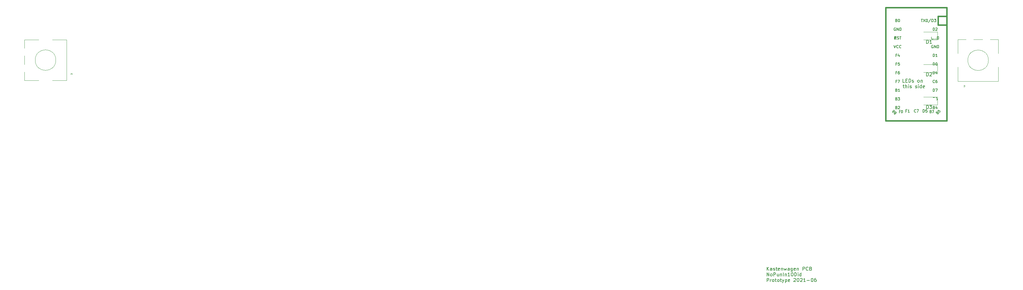
<source format=gto>
G04 #@! TF.GenerationSoftware,KiCad,Pcbnew,(5.1.9)-1*
G04 #@! TF.CreationDate,2021-06-08T15:00:23-04:00*
G04 #@! TF.ProjectId,kastenwagen-48-pcb,6b617374-656e-4776-9167-656e2d34382d,rev?*
G04 #@! TF.SameCoordinates,Original*
G04 #@! TF.FileFunction,Legend,Top*
G04 #@! TF.FilePolarity,Positive*
%FSLAX46Y46*%
G04 Gerber Fmt 4.6, Leading zero omitted, Abs format (unit mm)*
G04 Created by KiCad (PCBNEW (5.1.9)-1) date 2021-06-08 15:00:23*
%MOMM*%
%LPD*%
G01*
G04 APERTURE LIST*
%ADD10C,0.150000*%
%ADD11C,0.120000*%
%ADD12C,0.381000*%
%ADD13R,2.000000X2.000000*%
%ADD14C,2.000000*%
%ADD15C,3.987800*%
%ADD16C,1.750000*%
%ADD17C,3.048000*%
%ADD18C,1.752600*%
%ADD19R,1.752600X1.752600*%
G04 APERTURE END LIST*
D10*
X235387195Y-86686380D02*
X235387195Y-85686380D01*
X235958623Y-86686380D02*
X235530052Y-86114952D01*
X235958623Y-85686380D02*
X235387195Y-86257809D01*
X236815766Y-86686380D02*
X236815766Y-86162571D01*
X236768147Y-86067333D01*
X236672909Y-86019714D01*
X236482433Y-86019714D01*
X236387195Y-86067333D01*
X236815766Y-86638761D02*
X236720528Y-86686380D01*
X236482433Y-86686380D01*
X236387195Y-86638761D01*
X236339576Y-86543523D01*
X236339576Y-86448285D01*
X236387195Y-86353047D01*
X236482433Y-86305428D01*
X236720528Y-86305428D01*
X236815766Y-86257809D01*
X237244338Y-86638761D02*
X237339576Y-86686380D01*
X237530052Y-86686380D01*
X237625290Y-86638761D01*
X237672909Y-86543523D01*
X237672909Y-86495904D01*
X237625290Y-86400666D01*
X237530052Y-86353047D01*
X237387195Y-86353047D01*
X237291957Y-86305428D01*
X237244338Y-86210190D01*
X237244338Y-86162571D01*
X237291957Y-86067333D01*
X237387195Y-86019714D01*
X237530052Y-86019714D01*
X237625290Y-86067333D01*
X237958623Y-86019714D02*
X238339576Y-86019714D01*
X238101480Y-85686380D02*
X238101480Y-86543523D01*
X238149100Y-86638761D01*
X238244338Y-86686380D01*
X238339576Y-86686380D01*
X239053861Y-86638761D02*
X238958623Y-86686380D01*
X238768147Y-86686380D01*
X238672909Y-86638761D01*
X238625290Y-86543523D01*
X238625290Y-86162571D01*
X238672909Y-86067333D01*
X238768147Y-86019714D01*
X238958623Y-86019714D01*
X239053861Y-86067333D01*
X239101480Y-86162571D01*
X239101480Y-86257809D01*
X238625290Y-86353047D01*
X239530052Y-86019714D02*
X239530052Y-86686380D01*
X239530052Y-86114952D02*
X239577671Y-86067333D01*
X239672909Y-86019714D01*
X239815766Y-86019714D01*
X239911004Y-86067333D01*
X239958623Y-86162571D01*
X239958623Y-86686380D01*
X240339576Y-86019714D02*
X240530052Y-86686380D01*
X240720528Y-86210190D01*
X240911004Y-86686380D01*
X241101480Y-86019714D01*
X241911004Y-86686380D02*
X241911004Y-86162571D01*
X241863385Y-86067333D01*
X241768147Y-86019714D01*
X241577671Y-86019714D01*
X241482433Y-86067333D01*
X241911004Y-86638761D02*
X241815766Y-86686380D01*
X241577671Y-86686380D01*
X241482433Y-86638761D01*
X241434814Y-86543523D01*
X241434814Y-86448285D01*
X241482433Y-86353047D01*
X241577671Y-86305428D01*
X241815766Y-86305428D01*
X241911004Y-86257809D01*
X242815766Y-86019714D02*
X242815766Y-86829238D01*
X242768147Y-86924476D01*
X242720528Y-86972095D01*
X242625290Y-87019714D01*
X242482433Y-87019714D01*
X242387195Y-86972095D01*
X242815766Y-86638761D02*
X242720528Y-86686380D01*
X242530052Y-86686380D01*
X242434814Y-86638761D01*
X242387195Y-86591142D01*
X242339576Y-86495904D01*
X242339576Y-86210190D01*
X242387195Y-86114952D01*
X242434814Y-86067333D01*
X242530052Y-86019714D01*
X242720528Y-86019714D01*
X242815766Y-86067333D01*
X243672909Y-86638761D02*
X243577671Y-86686380D01*
X243387195Y-86686380D01*
X243291957Y-86638761D01*
X243244338Y-86543523D01*
X243244338Y-86162571D01*
X243291957Y-86067333D01*
X243387195Y-86019714D01*
X243577671Y-86019714D01*
X243672909Y-86067333D01*
X243720528Y-86162571D01*
X243720528Y-86257809D01*
X243244338Y-86353047D01*
X244149100Y-86019714D02*
X244149100Y-86686380D01*
X244149100Y-86114952D02*
X244196719Y-86067333D01*
X244291957Y-86019714D01*
X244434814Y-86019714D01*
X244530052Y-86067333D01*
X244577671Y-86162571D01*
X244577671Y-86686380D01*
X245815766Y-86686380D02*
X245815766Y-85686380D01*
X246196719Y-85686380D01*
X246291957Y-85734000D01*
X246339576Y-85781619D01*
X246387195Y-85876857D01*
X246387195Y-86019714D01*
X246339576Y-86114952D01*
X246291957Y-86162571D01*
X246196719Y-86210190D01*
X245815766Y-86210190D01*
X247387195Y-86591142D02*
X247339576Y-86638761D01*
X247196719Y-86686380D01*
X247101480Y-86686380D01*
X246958623Y-86638761D01*
X246863385Y-86543523D01*
X246815766Y-86448285D01*
X246768147Y-86257809D01*
X246768147Y-86114952D01*
X246815766Y-85924476D01*
X246863385Y-85829238D01*
X246958623Y-85734000D01*
X247101480Y-85686380D01*
X247196719Y-85686380D01*
X247339576Y-85734000D01*
X247387195Y-85781619D01*
X248149100Y-86162571D02*
X248291957Y-86210190D01*
X248339576Y-86257809D01*
X248387195Y-86353047D01*
X248387195Y-86495904D01*
X248339576Y-86591142D01*
X248291957Y-86638761D01*
X248196719Y-86686380D01*
X247815766Y-86686380D01*
X247815766Y-85686380D01*
X248149100Y-85686380D01*
X248244338Y-85734000D01*
X248291957Y-85781619D01*
X248339576Y-85876857D01*
X248339576Y-85972095D01*
X248291957Y-86067333D01*
X248244338Y-86114952D01*
X248149100Y-86162571D01*
X247815766Y-86162571D01*
X235387195Y-88336380D02*
X235387195Y-87336380D01*
X235958623Y-88336380D01*
X235958623Y-87336380D01*
X236577671Y-88336380D02*
X236482433Y-88288761D01*
X236434814Y-88241142D01*
X236387195Y-88145904D01*
X236387195Y-87860190D01*
X236434814Y-87764952D01*
X236482433Y-87717333D01*
X236577671Y-87669714D01*
X236720528Y-87669714D01*
X236815766Y-87717333D01*
X236863385Y-87764952D01*
X236911004Y-87860190D01*
X236911004Y-88145904D01*
X236863385Y-88241142D01*
X236815766Y-88288761D01*
X236720528Y-88336380D01*
X236577671Y-88336380D01*
X237339576Y-88336380D02*
X237339576Y-87336380D01*
X237720528Y-87336380D01*
X237815766Y-87384000D01*
X237863385Y-87431619D01*
X237911004Y-87526857D01*
X237911004Y-87669714D01*
X237863385Y-87764952D01*
X237815766Y-87812571D01*
X237720528Y-87860190D01*
X237339576Y-87860190D01*
X238768147Y-87669714D02*
X238768147Y-88336380D01*
X238339576Y-87669714D02*
X238339576Y-88193523D01*
X238387195Y-88288761D01*
X238482433Y-88336380D01*
X238625290Y-88336380D01*
X238720528Y-88288761D01*
X238768147Y-88241142D01*
X239244338Y-87669714D02*
X239244338Y-88336380D01*
X239244338Y-87764952D02*
X239291957Y-87717333D01*
X239387195Y-87669714D01*
X239530052Y-87669714D01*
X239625290Y-87717333D01*
X239672909Y-87812571D01*
X239672909Y-88336380D01*
X240149100Y-88336380D02*
X240149100Y-87336380D01*
X240625290Y-87669714D02*
X240625290Y-88336380D01*
X240625290Y-87764952D02*
X240672909Y-87717333D01*
X240768147Y-87669714D01*
X240911004Y-87669714D01*
X241006242Y-87717333D01*
X241053861Y-87812571D01*
X241053861Y-88336380D01*
X242053861Y-88336380D02*
X241482433Y-88336380D01*
X241768147Y-88336380D02*
X241768147Y-87336380D01*
X241672909Y-87479238D01*
X241577671Y-87574476D01*
X241482433Y-87622095D01*
X242672909Y-87336380D02*
X242768147Y-87336380D01*
X242863385Y-87384000D01*
X242911004Y-87431619D01*
X242958623Y-87526857D01*
X243006242Y-87717333D01*
X243006242Y-87955428D01*
X242958623Y-88145904D01*
X242911004Y-88241142D01*
X242863385Y-88288761D01*
X242768147Y-88336380D01*
X242672909Y-88336380D01*
X242577671Y-88288761D01*
X242530052Y-88241142D01*
X242482433Y-88145904D01*
X242434814Y-87955428D01*
X242434814Y-87717333D01*
X242482433Y-87526857D01*
X242530052Y-87431619D01*
X242577671Y-87384000D01*
X242672909Y-87336380D01*
X243434814Y-88336380D02*
X243434814Y-87336380D01*
X243672909Y-87336380D01*
X243815766Y-87384000D01*
X243911004Y-87479238D01*
X243958623Y-87574476D01*
X244006242Y-87764952D01*
X244006242Y-87907809D01*
X243958623Y-88098285D01*
X243911004Y-88193523D01*
X243815766Y-88288761D01*
X243672909Y-88336380D01*
X243434814Y-88336380D01*
X244434814Y-88336380D02*
X244434814Y-87669714D01*
X244434814Y-87336380D02*
X244387195Y-87384000D01*
X244434814Y-87431619D01*
X244482433Y-87384000D01*
X244434814Y-87336380D01*
X244434814Y-87431619D01*
X245339576Y-88336380D02*
X245339576Y-87336380D01*
X245339576Y-88288761D02*
X245244338Y-88336380D01*
X245053861Y-88336380D01*
X244958623Y-88288761D01*
X244911004Y-88241142D01*
X244863385Y-88145904D01*
X244863385Y-87860190D01*
X244911004Y-87764952D01*
X244958623Y-87717333D01*
X245053861Y-87669714D01*
X245244338Y-87669714D01*
X245339576Y-87717333D01*
X235387195Y-89986380D02*
X235387195Y-88986380D01*
X235768147Y-88986380D01*
X235863385Y-89034000D01*
X235911004Y-89081619D01*
X235958623Y-89176857D01*
X235958623Y-89319714D01*
X235911004Y-89414952D01*
X235863385Y-89462571D01*
X235768147Y-89510190D01*
X235387195Y-89510190D01*
X236387195Y-89986380D02*
X236387195Y-89319714D01*
X236387195Y-89510190D02*
X236434814Y-89414952D01*
X236482433Y-89367333D01*
X236577671Y-89319714D01*
X236672909Y-89319714D01*
X237149100Y-89986380D02*
X237053861Y-89938761D01*
X237006242Y-89891142D01*
X236958623Y-89795904D01*
X236958623Y-89510190D01*
X237006242Y-89414952D01*
X237053861Y-89367333D01*
X237149100Y-89319714D01*
X237291957Y-89319714D01*
X237387195Y-89367333D01*
X237434814Y-89414952D01*
X237482433Y-89510190D01*
X237482433Y-89795904D01*
X237434814Y-89891142D01*
X237387195Y-89938761D01*
X237291957Y-89986380D01*
X237149100Y-89986380D01*
X237768147Y-89319714D02*
X238149100Y-89319714D01*
X237911004Y-88986380D02*
X237911004Y-89843523D01*
X237958623Y-89938761D01*
X238053861Y-89986380D01*
X238149100Y-89986380D01*
X238625290Y-89986380D02*
X238530052Y-89938761D01*
X238482433Y-89891142D01*
X238434814Y-89795904D01*
X238434814Y-89510190D01*
X238482433Y-89414952D01*
X238530052Y-89367333D01*
X238625290Y-89319714D01*
X238768147Y-89319714D01*
X238863385Y-89367333D01*
X238911004Y-89414952D01*
X238958623Y-89510190D01*
X238958623Y-89795904D01*
X238911004Y-89891142D01*
X238863385Y-89938761D01*
X238768147Y-89986380D01*
X238625290Y-89986380D01*
X239244338Y-89319714D02*
X239625290Y-89319714D01*
X239387195Y-88986380D02*
X239387195Y-89843523D01*
X239434814Y-89938761D01*
X239530052Y-89986380D01*
X239625290Y-89986380D01*
X239863385Y-89319714D02*
X240101480Y-89986380D01*
X240339576Y-89319714D02*
X240101480Y-89986380D01*
X240006242Y-90224476D01*
X239958623Y-90272095D01*
X239863385Y-90319714D01*
X240720528Y-89319714D02*
X240720528Y-90319714D01*
X240720528Y-89367333D02*
X240815766Y-89319714D01*
X241006242Y-89319714D01*
X241101480Y-89367333D01*
X241149100Y-89414952D01*
X241196719Y-89510190D01*
X241196719Y-89795904D01*
X241149100Y-89891142D01*
X241101480Y-89938761D01*
X241006242Y-89986380D01*
X240815766Y-89986380D01*
X240720528Y-89938761D01*
X242006242Y-89938761D02*
X241911004Y-89986380D01*
X241720528Y-89986380D01*
X241625290Y-89938761D01*
X241577671Y-89843523D01*
X241577671Y-89462571D01*
X241625290Y-89367333D01*
X241720528Y-89319714D01*
X241911004Y-89319714D01*
X242006242Y-89367333D01*
X242053861Y-89462571D01*
X242053861Y-89557809D01*
X241577671Y-89653047D01*
X243196719Y-89081619D02*
X243244338Y-89034000D01*
X243339576Y-88986380D01*
X243577671Y-88986380D01*
X243672909Y-89034000D01*
X243720528Y-89081619D01*
X243768147Y-89176857D01*
X243768147Y-89272095D01*
X243720528Y-89414952D01*
X243149100Y-89986380D01*
X243768147Y-89986380D01*
X244387195Y-88986380D02*
X244482433Y-88986380D01*
X244577671Y-89034000D01*
X244625290Y-89081619D01*
X244672909Y-89176857D01*
X244720528Y-89367333D01*
X244720528Y-89605428D01*
X244672909Y-89795904D01*
X244625290Y-89891142D01*
X244577671Y-89938761D01*
X244482433Y-89986380D01*
X244387195Y-89986380D01*
X244291957Y-89938761D01*
X244244338Y-89891142D01*
X244196719Y-89795904D01*
X244149100Y-89605428D01*
X244149100Y-89367333D01*
X244196719Y-89176857D01*
X244244338Y-89081619D01*
X244291957Y-89034000D01*
X244387195Y-88986380D01*
X245101480Y-89081619D02*
X245149100Y-89034000D01*
X245244338Y-88986380D01*
X245482433Y-88986380D01*
X245577671Y-89034000D01*
X245625290Y-89081619D01*
X245672909Y-89176857D01*
X245672909Y-89272095D01*
X245625290Y-89414952D01*
X245053861Y-89986380D01*
X245672909Y-89986380D01*
X246625290Y-89986380D02*
X246053861Y-89986380D01*
X246339576Y-89986380D02*
X246339576Y-88986380D01*
X246244338Y-89129238D01*
X246149100Y-89224476D01*
X246053861Y-89272095D01*
X247053861Y-89605428D02*
X247815766Y-89605428D01*
X248482433Y-88986380D02*
X248577671Y-88986380D01*
X248672909Y-89034000D01*
X248720528Y-89081619D01*
X248768147Y-89176857D01*
X248815766Y-89367333D01*
X248815766Y-89605428D01*
X248768147Y-89795904D01*
X248720528Y-89891142D01*
X248672909Y-89938761D01*
X248577671Y-89986380D01*
X248482433Y-89986380D01*
X248387195Y-89938761D01*
X248339576Y-89891142D01*
X248291957Y-89795904D01*
X248244338Y-89605428D01*
X248244338Y-89367333D01*
X248291957Y-89176857D01*
X248339576Y-89081619D01*
X248387195Y-89034000D01*
X248482433Y-88986380D01*
X249672909Y-88986380D02*
X249482433Y-88986380D01*
X249387195Y-89034000D01*
X249339576Y-89081619D01*
X249244338Y-89224476D01*
X249196719Y-89414952D01*
X249196719Y-89795904D01*
X249244338Y-89891142D01*
X249291957Y-89938761D01*
X249387195Y-89986380D01*
X249577671Y-89986380D01*
X249672909Y-89938761D01*
X249720528Y-89891142D01*
X249768147Y-89795904D01*
X249768147Y-89557809D01*
X249720528Y-89462571D01*
X249672909Y-89414952D01*
X249577671Y-89367333D01*
X249387195Y-89367333D01*
X249291957Y-89414952D01*
X249244338Y-89462571D01*
X249196719Y-89557809D01*
X275466514Y-31834580D02*
X274990323Y-31834580D01*
X274990323Y-30834580D01*
X275799847Y-31310771D02*
X276133180Y-31310771D01*
X276276038Y-31834580D02*
X275799847Y-31834580D01*
X275799847Y-30834580D01*
X276276038Y-30834580D01*
X276704609Y-31834580D02*
X276704609Y-30834580D01*
X276942704Y-30834580D01*
X277085561Y-30882200D01*
X277180800Y-30977438D01*
X277228419Y-31072676D01*
X277276038Y-31263152D01*
X277276038Y-31406009D01*
X277228419Y-31596485D01*
X277180800Y-31691723D01*
X277085561Y-31786961D01*
X276942704Y-31834580D01*
X276704609Y-31834580D01*
X277656990Y-31786961D02*
X277752228Y-31834580D01*
X277942704Y-31834580D01*
X278037942Y-31786961D01*
X278085561Y-31691723D01*
X278085561Y-31644104D01*
X278037942Y-31548866D01*
X277942704Y-31501247D01*
X277799847Y-31501247D01*
X277704609Y-31453628D01*
X277656990Y-31358390D01*
X277656990Y-31310771D01*
X277704609Y-31215533D01*
X277799847Y-31167914D01*
X277942704Y-31167914D01*
X278037942Y-31215533D01*
X279418895Y-31834580D02*
X279323657Y-31786961D01*
X279276038Y-31739342D01*
X279228419Y-31644104D01*
X279228419Y-31358390D01*
X279276038Y-31263152D01*
X279323657Y-31215533D01*
X279418895Y-31167914D01*
X279561752Y-31167914D01*
X279656990Y-31215533D01*
X279704609Y-31263152D01*
X279752228Y-31358390D01*
X279752228Y-31644104D01*
X279704609Y-31739342D01*
X279656990Y-31786961D01*
X279561752Y-31834580D01*
X279418895Y-31834580D01*
X280180800Y-31167914D02*
X280180800Y-31834580D01*
X280180800Y-31263152D02*
X280228419Y-31215533D01*
X280323657Y-31167914D01*
X280466514Y-31167914D01*
X280561752Y-31215533D01*
X280609371Y-31310771D01*
X280609371Y-31834580D01*
X274990323Y-32817914D02*
X275371276Y-32817914D01*
X275133180Y-32484580D02*
X275133180Y-33341723D01*
X275180800Y-33436961D01*
X275276038Y-33484580D01*
X275371276Y-33484580D01*
X275704609Y-33484580D02*
X275704609Y-32484580D01*
X276133180Y-33484580D02*
X276133180Y-32960771D01*
X276085561Y-32865533D01*
X275990323Y-32817914D01*
X275847466Y-32817914D01*
X275752228Y-32865533D01*
X275704609Y-32913152D01*
X276609371Y-33484580D02*
X276609371Y-32817914D01*
X276609371Y-32484580D02*
X276561752Y-32532200D01*
X276609371Y-32579819D01*
X276656990Y-32532200D01*
X276609371Y-32484580D01*
X276609371Y-32579819D01*
X277037942Y-33436961D02*
X277133180Y-33484580D01*
X277323657Y-33484580D01*
X277418895Y-33436961D01*
X277466514Y-33341723D01*
X277466514Y-33294104D01*
X277418895Y-33198866D01*
X277323657Y-33151247D01*
X277180800Y-33151247D01*
X277085561Y-33103628D01*
X277037942Y-33008390D01*
X277037942Y-32960771D01*
X277085561Y-32865533D01*
X277180800Y-32817914D01*
X277323657Y-32817914D01*
X277418895Y-32865533D01*
X278609371Y-33436961D02*
X278704609Y-33484580D01*
X278895085Y-33484580D01*
X278990323Y-33436961D01*
X279037942Y-33341723D01*
X279037942Y-33294104D01*
X278990323Y-33198866D01*
X278895085Y-33151247D01*
X278752228Y-33151247D01*
X278656990Y-33103628D01*
X278609371Y-33008390D01*
X278609371Y-32960771D01*
X278656990Y-32865533D01*
X278752228Y-32817914D01*
X278895085Y-32817914D01*
X278990323Y-32865533D01*
X279466514Y-33484580D02*
X279466514Y-32817914D01*
X279466514Y-32484580D02*
X279418895Y-32532200D01*
X279466514Y-32579819D01*
X279514133Y-32532200D01*
X279466514Y-32484580D01*
X279466514Y-32579819D01*
X280371276Y-33484580D02*
X280371276Y-32484580D01*
X280371276Y-33436961D02*
X280276038Y-33484580D01*
X280085561Y-33484580D01*
X279990323Y-33436961D01*
X279942704Y-33389342D01*
X279895085Y-33294104D01*
X279895085Y-33008390D01*
X279942704Y-32913152D01*
X279990323Y-32865533D01*
X280085561Y-32817914D01*
X280276038Y-32817914D01*
X280371276Y-32865533D01*
X281228419Y-33436961D02*
X281133180Y-33484580D01*
X280942704Y-33484580D01*
X280847466Y-33436961D01*
X280799847Y-33341723D01*
X280799847Y-32960771D01*
X280847466Y-32865533D01*
X280942704Y-32817914D01*
X281133180Y-32817914D01*
X281228419Y-32865533D01*
X281276038Y-32960771D01*
X281276038Y-33056009D01*
X280799847Y-33151247D01*
X280669047Y-18055714D02*
X281430952Y-18341428D01*
X280669047Y-18627142D01*
X280669047Y-27455714D02*
X281430952Y-27741428D01*
X280669047Y-28027142D01*
X280619047Y-36985714D02*
X281380952Y-37271428D01*
X280619047Y-37557142D01*
D11*
G04 #@! TO.C,RSW170*
X299862500Y-25400000D02*
G75*
G03*
X299862500Y-25400000I-3000000J0D01*
G01*
X290962500Y-23400000D02*
X290962500Y-19300000D01*
X302762500Y-19300000D02*
X302762500Y-23400000D01*
X302762500Y-27400000D02*
X302762500Y-31500000D01*
X290962500Y-27400000D02*
X290962500Y-31500000D01*
X290962500Y-31500000D02*
X302762500Y-31500000D01*
X293062500Y-32900000D02*
X292762500Y-33200000D01*
X292762500Y-33200000D02*
X292762500Y-32600000D01*
X292762500Y-32600000D02*
X293062500Y-32900000D01*
X290962500Y-19300000D02*
X293362500Y-19300000D01*
X295562500Y-19300000D02*
X298162500Y-19300000D01*
X300362500Y-19300000D02*
X302762500Y-19300000D01*
X296362500Y-25400000D02*
X297362500Y-25400000D01*
X296862500Y-25900000D02*
X296862500Y-24900000D01*
G04 #@! TO.C,D3*
X280987500Y-38385000D02*
X285047500Y-38385000D01*
X285047500Y-38385000D02*
X285047500Y-36115000D01*
X285047500Y-36115000D02*
X280987500Y-36115000D01*
G04 #@! TO.C,D2*
X280987500Y-28882500D02*
X285047500Y-28882500D01*
X285047500Y-28882500D02*
X285047500Y-26612500D01*
X285047500Y-26612500D02*
X280987500Y-26612500D01*
G04 #@! TO.C,D1*
X280987500Y-19385000D02*
X285047500Y-19385000D01*
X285047500Y-19385000D02*
X285047500Y-17115000D01*
X285047500Y-17115000D02*
X280987500Y-17115000D01*
G04 #@! TO.C,RSW100*
X28400000Y-25356250D02*
G75*
G03*
X28400000Y-25356250I-3000000J0D01*
G01*
X23400000Y-31256250D02*
X19300000Y-31256250D01*
X19300000Y-19456250D02*
X23400000Y-19456250D01*
X27400000Y-19456250D02*
X31500000Y-19456250D01*
X27400000Y-31256250D02*
X31500000Y-31256250D01*
X31500000Y-31256250D02*
X31500000Y-19456250D01*
X32900000Y-29156250D02*
X33200000Y-29456250D01*
X33200000Y-29456250D02*
X32600000Y-29456250D01*
X32600000Y-29456250D02*
X32900000Y-29156250D01*
X19300000Y-31256250D02*
X19300000Y-28856250D01*
X19300000Y-26656250D02*
X19300000Y-24056250D01*
X19300000Y-21856250D02*
X19300000Y-19456250D01*
X25400000Y-25856250D02*
X25400000Y-24856250D01*
X25900000Y-25356250D02*
X24900000Y-25356250D01*
D12*
G04 #@! TO.C,U1*
X285230000Y-15110000D02*
X287770000Y-15110000D01*
X285230000Y-12570000D02*
X285230000Y-15110000D01*
D10*
G36*
X272835365Y-18859030D02*
G01*
X272835365Y-18959030D01*
X272735365Y-18959030D01*
X272735365Y-18859030D01*
X272835365Y-18859030D01*
G37*
X272835365Y-18859030D02*
X272835365Y-18959030D01*
X272735365Y-18959030D01*
X272735365Y-18859030D01*
X272835365Y-18859030D01*
G36*
X272635365Y-18459030D02*
G01*
X272635365Y-19259030D01*
X272535365Y-19259030D01*
X272535365Y-18459030D01*
X272635365Y-18459030D01*
G37*
X272635365Y-18459030D02*
X272635365Y-19259030D01*
X272535365Y-19259030D01*
X272535365Y-18459030D01*
X272635365Y-18459030D01*
G36*
X273035365Y-19059030D02*
G01*
X273035365Y-19259030D01*
X272935365Y-19259030D01*
X272935365Y-19059030D01*
X273035365Y-19059030D01*
G37*
X273035365Y-19059030D02*
X273035365Y-19259030D01*
X272935365Y-19259030D01*
X272935365Y-19059030D01*
X273035365Y-19059030D01*
G36*
X273035365Y-18459030D02*
G01*
X273035365Y-18759030D01*
X272935365Y-18759030D01*
X272935365Y-18459030D01*
X273035365Y-18459030D01*
G37*
X273035365Y-18459030D02*
X273035365Y-18759030D01*
X272935365Y-18759030D01*
X272935365Y-18459030D01*
X273035365Y-18459030D01*
G36*
X273035365Y-18459030D02*
G01*
X273035365Y-18559030D01*
X272535365Y-18559030D01*
X272535365Y-18459030D01*
X273035365Y-18459030D01*
G37*
X273035365Y-18459030D02*
X273035365Y-18559030D01*
X272535365Y-18559030D01*
X272535365Y-18459030D01*
X273035365Y-18459030D01*
D12*
X269990000Y-43050000D02*
X269990000Y-10030000D01*
X287770000Y-43050000D02*
X269990000Y-43050000D01*
X287770000Y-10030000D02*
X287770000Y-43050000D01*
X269990000Y-10030000D02*
X287770000Y-10030000D01*
X285230000Y-12570000D02*
X287770000Y-12570000D01*
G04 #@! TO.C,D3*
D10*
X281849404Y-39522380D02*
X281849404Y-38522380D01*
X282087500Y-38522380D01*
X282230357Y-38570000D01*
X282325595Y-38665238D01*
X282373214Y-38760476D01*
X282420833Y-38950952D01*
X282420833Y-39093809D01*
X282373214Y-39284285D01*
X282325595Y-39379523D01*
X282230357Y-39474761D01*
X282087500Y-39522380D01*
X281849404Y-39522380D01*
X282754166Y-38522380D02*
X283373214Y-38522380D01*
X283039880Y-38903333D01*
X283182738Y-38903333D01*
X283277976Y-38950952D01*
X283325595Y-38998571D01*
X283373214Y-39093809D01*
X283373214Y-39331904D01*
X283325595Y-39427142D01*
X283277976Y-39474761D01*
X283182738Y-39522380D01*
X282897023Y-39522380D01*
X282801785Y-39474761D01*
X282754166Y-39427142D01*
G04 #@! TO.C,D2*
X281849404Y-30019880D02*
X281849404Y-29019880D01*
X282087500Y-29019880D01*
X282230357Y-29067500D01*
X282325595Y-29162738D01*
X282373214Y-29257976D01*
X282420833Y-29448452D01*
X282420833Y-29591309D01*
X282373214Y-29781785D01*
X282325595Y-29877023D01*
X282230357Y-29972261D01*
X282087500Y-30019880D01*
X281849404Y-30019880D01*
X282801785Y-29115119D02*
X282849404Y-29067500D01*
X282944642Y-29019880D01*
X283182738Y-29019880D01*
X283277976Y-29067500D01*
X283325595Y-29115119D01*
X283373214Y-29210357D01*
X283373214Y-29305595D01*
X283325595Y-29448452D01*
X282754166Y-30019880D01*
X283373214Y-30019880D01*
G04 #@! TO.C,D1*
X281849404Y-20522380D02*
X281849404Y-19522380D01*
X282087500Y-19522380D01*
X282230357Y-19570000D01*
X282325595Y-19665238D01*
X282373214Y-19760476D01*
X282420833Y-19950952D01*
X282420833Y-20093809D01*
X282373214Y-20284285D01*
X282325595Y-20379523D01*
X282230357Y-20474761D01*
X282087500Y-20522380D01*
X281849404Y-20522380D01*
X283373214Y-20522380D02*
X282801785Y-20522380D01*
X283087500Y-20522380D02*
X283087500Y-19522380D01*
X282992261Y-19665238D01*
X282897023Y-19760476D01*
X282801785Y-19808095D01*
G04 #@! TO.C,U1*
X283750523Y-16741904D02*
X283750523Y-15941904D01*
X283941000Y-15941904D01*
X284055285Y-15980000D01*
X284131476Y-16056190D01*
X284169571Y-16132380D01*
X284207666Y-16284761D01*
X284207666Y-16399047D01*
X284169571Y-16551428D01*
X284131476Y-16627619D01*
X284055285Y-16703809D01*
X283941000Y-16741904D01*
X283750523Y-16741904D01*
X284512428Y-16018095D02*
X284550523Y-15980000D01*
X284626714Y-15941904D01*
X284817190Y-15941904D01*
X284893380Y-15980000D01*
X284931476Y-16018095D01*
X284969571Y-16094285D01*
X284969571Y-16170476D01*
X284931476Y-16284761D01*
X284474333Y-16741904D01*
X284969571Y-16741904D01*
X283750523Y-26901904D02*
X283750523Y-26101904D01*
X283941000Y-26101904D01*
X284055285Y-26140000D01*
X284131476Y-26216190D01*
X284169571Y-26292380D01*
X284207666Y-26444761D01*
X284207666Y-26559047D01*
X284169571Y-26711428D01*
X284131476Y-26787619D01*
X284055285Y-26863809D01*
X283941000Y-26901904D01*
X283750523Y-26901904D01*
X284702904Y-26101904D02*
X284779095Y-26101904D01*
X284855285Y-26140000D01*
X284893380Y-26178095D01*
X284931476Y-26254285D01*
X284969571Y-26406666D01*
X284969571Y-26597142D01*
X284931476Y-26749523D01*
X284893380Y-26825714D01*
X284855285Y-26863809D01*
X284779095Y-26901904D01*
X284702904Y-26901904D01*
X284626714Y-26863809D01*
X284588619Y-26825714D01*
X284550523Y-26749523D01*
X284512428Y-26597142D01*
X284512428Y-26406666D01*
X284550523Y-26254285D01*
X284588619Y-26178095D01*
X284626714Y-26140000D01*
X284702904Y-26101904D01*
X283750523Y-24361904D02*
X283750523Y-23561904D01*
X283941000Y-23561904D01*
X284055285Y-23600000D01*
X284131476Y-23676190D01*
X284169571Y-23752380D01*
X284207666Y-23904761D01*
X284207666Y-24019047D01*
X284169571Y-24171428D01*
X284131476Y-24247619D01*
X284055285Y-24323809D01*
X283941000Y-24361904D01*
X283750523Y-24361904D01*
X284969571Y-24361904D02*
X284512428Y-24361904D01*
X284741000Y-24361904D02*
X284741000Y-23561904D01*
X284664809Y-23676190D01*
X284588619Y-23752380D01*
X284512428Y-23790476D01*
X283731476Y-21060000D02*
X283655285Y-21021904D01*
X283541000Y-21021904D01*
X283426714Y-21060000D01*
X283350523Y-21136190D01*
X283312428Y-21212380D01*
X283274333Y-21364761D01*
X283274333Y-21479047D01*
X283312428Y-21631428D01*
X283350523Y-21707619D01*
X283426714Y-21783809D01*
X283541000Y-21821904D01*
X283617190Y-21821904D01*
X283731476Y-21783809D01*
X283769571Y-21745714D01*
X283769571Y-21479047D01*
X283617190Y-21479047D01*
X284112428Y-21821904D02*
X284112428Y-21021904D01*
X284569571Y-21821904D01*
X284569571Y-21021904D01*
X284950523Y-21821904D02*
X284950523Y-21021904D01*
X285141000Y-21021904D01*
X285255285Y-21060000D01*
X285331476Y-21136190D01*
X285369571Y-21212380D01*
X285407666Y-21364761D01*
X285407666Y-21479047D01*
X285369571Y-21631428D01*
X285331476Y-21707619D01*
X285255285Y-21783809D01*
X285141000Y-21821904D01*
X284950523Y-21821904D01*
X283731476Y-18520000D02*
X283655285Y-18481904D01*
X283541000Y-18481904D01*
X283426714Y-18520000D01*
X283350523Y-18596190D01*
X283312428Y-18672380D01*
X283274333Y-18824761D01*
X283274333Y-18939047D01*
X283312428Y-19091428D01*
X283350523Y-19167619D01*
X283426714Y-19243809D01*
X283541000Y-19281904D01*
X283617190Y-19281904D01*
X283731476Y-19243809D01*
X283769571Y-19205714D01*
X283769571Y-18939047D01*
X283617190Y-18939047D01*
X284112428Y-19281904D02*
X284112428Y-18481904D01*
X284569571Y-19281904D01*
X284569571Y-18481904D01*
X284950523Y-19281904D02*
X284950523Y-18481904D01*
X285141000Y-18481904D01*
X285255285Y-18520000D01*
X285331476Y-18596190D01*
X285369571Y-18672380D01*
X285407666Y-18824761D01*
X285407666Y-18939047D01*
X285369571Y-19091428D01*
X285331476Y-19167619D01*
X285255285Y-19243809D01*
X285141000Y-19281904D01*
X284950523Y-19281904D01*
X283750523Y-29441904D02*
X283750523Y-28641904D01*
X283941000Y-28641904D01*
X284055285Y-28680000D01*
X284131476Y-28756190D01*
X284169571Y-28832380D01*
X284207666Y-28984761D01*
X284207666Y-29099047D01*
X284169571Y-29251428D01*
X284131476Y-29327619D01*
X284055285Y-29403809D01*
X283941000Y-29441904D01*
X283750523Y-29441904D01*
X284893380Y-28908571D02*
X284893380Y-29441904D01*
X284702904Y-28603809D02*
X284512428Y-29175238D01*
X285007666Y-29175238D01*
X284207666Y-31905714D02*
X284169571Y-31943809D01*
X284055285Y-31981904D01*
X283979095Y-31981904D01*
X283864809Y-31943809D01*
X283788619Y-31867619D01*
X283750523Y-31791428D01*
X283712428Y-31639047D01*
X283712428Y-31524761D01*
X283750523Y-31372380D01*
X283788619Y-31296190D01*
X283864809Y-31220000D01*
X283979095Y-31181904D01*
X284055285Y-31181904D01*
X284169571Y-31220000D01*
X284207666Y-31258095D01*
X284893380Y-31181904D02*
X284741000Y-31181904D01*
X284664809Y-31220000D01*
X284626714Y-31258095D01*
X284550523Y-31372380D01*
X284512428Y-31524761D01*
X284512428Y-31829523D01*
X284550523Y-31905714D01*
X284588619Y-31943809D01*
X284664809Y-31981904D01*
X284817190Y-31981904D01*
X284893380Y-31943809D01*
X284931476Y-31905714D01*
X284969571Y-31829523D01*
X284969571Y-31639047D01*
X284931476Y-31562857D01*
X284893380Y-31524761D01*
X284817190Y-31486666D01*
X284664809Y-31486666D01*
X284588619Y-31524761D01*
X284550523Y-31562857D01*
X284512428Y-31639047D01*
X283750523Y-34521904D02*
X283750523Y-33721904D01*
X283941000Y-33721904D01*
X284055285Y-33760000D01*
X284131476Y-33836190D01*
X284169571Y-33912380D01*
X284207666Y-34064761D01*
X284207666Y-34179047D01*
X284169571Y-34331428D01*
X284131476Y-34407619D01*
X284055285Y-34483809D01*
X283941000Y-34521904D01*
X283750523Y-34521904D01*
X284474333Y-33721904D02*
X285007666Y-33721904D01*
X284664809Y-34521904D01*
X283788619Y-36642857D02*
X284055285Y-36642857D01*
X284169571Y-37061904D02*
X283788619Y-37061904D01*
X283788619Y-36261904D01*
X284169571Y-36261904D01*
X284855285Y-36261904D02*
X284702904Y-36261904D01*
X284626714Y-36300000D01*
X284588619Y-36338095D01*
X284512428Y-36452380D01*
X284474333Y-36604761D01*
X284474333Y-36909523D01*
X284512428Y-36985714D01*
X284550523Y-37023809D01*
X284626714Y-37061904D01*
X284779095Y-37061904D01*
X284855285Y-37023809D01*
X284893380Y-36985714D01*
X284931476Y-36909523D01*
X284931476Y-36719047D01*
X284893380Y-36642857D01*
X284855285Y-36604761D01*
X284779095Y-36566666D01*
X284626714Y-36566666D01*
X284550523Y-36604761D01*
X284512428Y-36642857D01*
X284474333Y-36719047D01*
X284017190Y-39182857D02*
X284131476Y-39220952D01*
X284169571Y-39259047D01*
X284207666Y-39335238D01*
X284207666Y-39449523D01*
X284169571Y-39525714D01*
X284131476Y-39563809D01*
X284055285Y-39601904D01*
X283750523Y-39601904D01*
X283750523Y-38801904D01*
X284017190Y-38801904D01*
X284093380Y-38840000D01*
X284131476Y-38878095D01*
X284169571Y-38954285D01*
X284169571Y-39030476D01*
X284131476Y-39106666D01*
X284093380Y-39144761D01*
X284017190Y-39182857D01*
X283750523Y-39182857D01*
X284893380Y-39068571D02*
X284893380Y-39601904D01*
X284702904Y-38763809D02*
X284512428Y-39335238D01*
X285007666Y-39335238D01*
X285044297Y-40674991D02*
X285138578Y-40627851D01*
X285185719Y-40627851D01*
X285256429Y-40651421D01*
X285327140Y-40722132D01*
X285350710Y-40792842D01*
X285350710Y-40839983D01*
X285327140Y-40910693D01*
X285138578Y-41099255D01*
X284643603Y-40604280D01*
X284808595Y-40439289D01*
X284879306Y-40415719D01*
X284926446Y-40415719D01*
X284997157Y-40439289D01*
X285044297Y-40486429D01*
X285067867Y-40557140D01*
X285067867Y-40604280D01*
X285044297Y-40674991D01*
X284879306Y-40839983D01*
X285374280Y-39873603D02*
X285138578Y-40109306D01*
X285350710Y-40368578D01*
X285350710Y-40321438D01*
X285374280Y-40250727D01*
X285492132Y-40132876D01*
X285562842Y-40109306D01*
X285609983Y-40109306D01*
X285680693Y-40132876D01*
X285798544Y-40250727D01*
X285822115Y-40321438D01*
X285822115Y-40368578D01*
X285798544Y-40439289D01*
X285680693Y-40557140D01*
X285609983Y-40580710D01*
X285562842Y-40580710D01*
X273095190Y-36642857D02*
X273209476Y-36680952D01*
X273247571Y-36719047D01*
X273285666Y-36795238D01*
X273285666Y-36909523D01*
X273247571Y-36985714D01*
X273209476Y-37023809D01*
X273133285Y-37061904D01*
X272828523Y-37061904D01*
X272828523Y-36261904D01*
X273095190Y-36261904D01*
X273171380Y-36300000D01*
X273209476Y-36338095D01*
X273247571Y-36414285D01*
X273247571Y-36490476D01*
X273209476Y-36566666D01*
X273171380Y-36604761D01*
X273095190Y-36642857D01*
X272828523Y-36642857D01*
X273552333Y-36261904D02*
X274047571Y-36261904D01*
X273780904Y-36566666D01*
X273895190Y-36566666D01*
X273971380Y-36604761D01*
X274009476Y-36642857D01*
X274047571Y-36719047D01*
X274047571Y-36909523D01*
X274009476Y-36985714D01*
X273971380Y-37023809D01*
X273895190Y-37061904D01*
X273666619Y-37061904D01*
X273590428Y-37023809D01*
X273552333Y-36985714D01*
X273095190Y-34102857D02*
X273209476Y-34140952D01*
X273247571Y-34179047D01*
X273285666Y-34255238D01*
X273285666Y-34369523D01*
X273247571Y-34445714D01*
X273209476Y-34483809D01*
X273133285Y-34521904D01*
X272828523Y-34521904D01*
X272828523Y-33721904D01*
X273095190Y-33721904D01*
X273171380Y-33760000D01*
X273209476Y-33798095D01*
X273247571Y-33874285D01*
X273247571Y-33950476D01*
X273209476Y-34026666D01*
X273171380Y-34064761D01*
X273095190Y-34102857D01*
X272828523Y-34102857D01*
X274047571Y-34521904D02*
X273590428Y-34521904D01*
X273819000Y-34521904D02*
X273819000Y-33721904D01*
X273742809Y-33836190D01*
X273666619Y-33912380D01*
X273590428Y-33950476D01*
X273152333Y-23942857D02*
X272885666Y-23942857D01*
X272885666Y-24361904D02*
X272885666Y-23561904D01*
X273266619Y-23561904D01*
X273914238Y-23828571D02*
X273914238Y-24361904D01*
X273723761Y-23523809D02*
X273533285Y-24095238D01*
X274028523Y-24095238D01*
X272352333Y-21021904D02*
X272619000Y-21821904D01*
X272885666Y-21021904D01*
X273609476Y-21745714D02*
X273571380Y-21783809D01*
X273457095Y-21821904D01*
X273380904Y-21821904D01*
X273266619Y-21783809D01*
X273190428Y-21707619D01*
X273152333Y-21631428D01*
X273114238Y-21479047D01*
X273114238Y-21364761D01*
X273152333Y-21212380D01*
X273190428Y-21136190D01*
X273266619Y-21060000D01*
X273380904Y-21021904D01*
X273457095Y-21021904D01*
X273571380Y-21060000D01*
X273609476Y-21098095D01*
X274409476Y-21745714D02*
X274371380Y-21783809D01*
X274257095Y-21821904D01*
X274180904Y-21821904D01*
X274066619Y-21783809D01*
X273990428Y-21707619D01*
X273952333Y-21631428D01*
X273914238Y-21479047D01*
X273914238Y-21364761D01*
X273952333Y-21212380D01*
X273990428Y-21136190D01*
X274066619Y-21060000D01*
X274180904Y-21021904D01*
X274257095Y-21021904D01*
X274371380Y-21060000D01*
X274409476Y-21098095D01*
X272809476Y-15980000D02*
X272733285Y-15941904D01*
X272619000Y-15941904D01*
X272504714Y-15980000D01*
X272428523Y-16056190D01*
X272390428Y-16132380D01*
X272352333Y-16284761D01*
X272352333Y-16399047D01*
X272390428Y-16551428D01*
X272428523Y-16627619D01*
X272504714Y-16703809D01*
X272619000Y-16741904D01*
X272695190Y-16741904D01*
X272809476Y-16703809D01*
X272847571Y-16665714D01*
X272847571Y-16399047D01*
X272695190Y-16399047D01*
X273190428Y-16741904D02*
X273190428Y-15941904D01*
X273647571Y-16741904D01*
X273647571Y-15941904D01*
X274028523Y-16741904D02*
X274028523Y-15941904D01*
X274219000Y-15941904D01*
X274333285Y-15980000D01*
X274409476Y-16056190D01*
X274447571Y-16132380D01*
X274485666Y-16284761D01*
X274485666Y-16399047D01*
X274447571Y-16551428D01*
X274409476Y-16627619D01*
X274333285Y-16703809D01*
X274219000Y-16741904D01*
X274028523Y-16741904D01*
X273095190Y-13782857D02*
X273209476Y-13820952D01*
X273247571Y-13859047D01*
X273285666Y-13935238D01*
X273285666Y-14049523D01*
X273247571Y-14125714D01*
X273209476Y-14163809D01*
X273133285Y-14201904D01*
X272828523Y-14201904D01*
X272828523Y-13401904D01*
X273095190Y-13401904D01*
X273171380Y-13440000D01*
X273209476Y-13478095D01*
X273247571Y-13554285D01*
X273247571Y-13630476D01*
X273209476Y-13706666D01*
X273171380Y-13744761D01*
X273095190Y-13782857D01*
X272828523Y-13782857D01*
X273780904Y-13401904D02*
X273857095Y-13401904D01*
X273933285Y-13440000D01*
X273971380Y-13478095D01*
X274009476Y-13554285D01*
X274047571Y-13706666D01*
X274047571Y-13897142D01*
X274009476Y-14049523D01*
X273971380Y-14125714D01*
X273933285Y-14163809D01*
X273857095Y-14201904D01*
X273780904Y-14201904D01*
X273704714Y-14163809D01*
X273666619Y-14125714D01*
X273628523Y-14049523D01*
X273590428Y-13897142D01*
X273590428Y-13706666D01*
X273628523Y-13554285D01*
X273666619Y-13478095D01*
X273704714Y-13440000D01*
X273780904Y-13401904D01*
X273152333Y-26482857D02*
X272885666Y-26482857D01*
X272885666Y-26901904D02*
X272885666Y-26101904D01*
X273266619Y-26101904D01*
X273952333Y-26101904D02*
X273571380Y-26101904D01*
X273533285Y-26482857D01*
X273571380Y-26444761D01*
X273647571Y-26406666D01*
X273838047Y-26406666D01*
X273914238Y-26444761D01*
X273952333Y-26482857D01*
X273990428Y-26559047D01*
X273990428Y-26749523D01*
X273952333Y-26825714D01*
X273914238Y-26863809D01*
X273838047Y-26901904D01*
X273647571Y-26901904D01*
X273571380Y-26863809D01*
X273533285Y-26825714D01*
X273152333Y-29022857D02*
X272885666Y-29022857D01*
X272885666Y-29441904D02*
X272885666Y-28641904D01*
X273266619Y-28641904D01*
X273914238Y-28641904D02*
X273761857Y-28641904D01*
X273685666Y-28680000D01*
X273647571Y-28718095D01*
X273571380Y-28832380D01*
X273533285Y-28984761D01*
X273533285Y-29289523D01*
X273571380Y-29365714D01*
X273609476Y-29403809D01*
X273685666Y-29441904D01*
X273838047Y-29441904D01*
X273914238Y-29403809D01*
X273952333Y-29365714D01*
X273990428Y-29289523D01*
X273990428Y-29099047D01*
X273952333Y-29022857D01*
X273914238Y-28984761D01*
X273838047Y-28946666D01*
X273685666Y-28946666D01*
X273609476Y-28984761D01*
X273571380Y-29022857D01*
X273533285Y-29099047D01*
X273152333Y-31562857D02*
X272885666Y-31562857D01*
X272885666Y-31981904D02*
X272885666Y-31181904D01*
X273266619Y-31181904D01*
X273495190Y-31181904D02*
X274028523Y-31181904D01*
X273685666Y-31981904D01*
X273095190Y-39182857D02*
X273209476Y-39220952D01*
X273247571Y-39259047D01*
X273285666Y-39335238D01*
X273285666Y-39449523D01*
X273247571Y-39525714D01*
X273209476Y-39563809D01*
X273133285Y-39601904D01*
X272828523Y-39601904D01*
X272828523Y-38801904D01*
X273095190Y-38801904D01*
X273171380Y-38840000D01*
X273209476Y-38878095D01*
X273247571Y-38954285D01*
X273247571Y-39030476D01*
X273209476Y-39106666D01*
X273171380Y-39144761D01*
X273095190Y-39182857D01*
X272828523Y-39182857D01*
X273590428Y-38878095D02*
X273628523Y-38840000D01*
X273704714Y-38801904D01*
X273895190Y-38801904D01*
X273971380Y-38840000D01*
X274009476Y-38878095D01*
X274047571Y-38954285D01*
X274047571Y-39030476D01*
X274009476Y-39144761D01*
X273552333Y-39601904D01*
X274047571Y-39601904D01*
X280261395Y-13401904D02*
X280718538Y-13401904D01*
X280489967Y-14201904D02*
X280489967Y-13401904D01*
X280909014Y-13401904D02*
X281442348Y-14201904D01*
X281442348Y-13401904D02*
X280909014Y-14201904D01*
X281899491Y-13401904D02*
X281975681Y-13401904D01*
X282051872Y-13440000D01*
X282089967Y-13478095D01*
X282128062Y-13554285D01*
X282166157Y-13706666D01*
X282166157Y-13897142D01*
X282128062Y-14049523D01*
X282089967Y-14125714D01*
X282051872Y-14163809D01*
X281975681Y-14201904D01*
X281899491Y-14201904D01*
X281823300Y-14163809D01*
X281785205Y-14125714D01*
X281747110Y-14049523D01*
X281709014Y-13897142D01*
X281709014Y-13706666D01*
X281747110Y-13554285D01*
X281785205Y-13478095D01*
X281823300Y-13440000D01*
X281899491Y-13401904D01*
X283080443Y-13363809D02*
X282394729Y-14392380D01*
X283347110Y-14201904D02*
X283347110Y-13401904D01*
X283537586Y-13401904D01*
X283651872Y-13440000D01*
X283728062Y-13516190D01*
X283766157Y-13592380D01*
X283804252Y-13744761D01*
X283804252Y-13859047D01*
X283766157Y-14011428D01*
X283728062Y-14087619D01*
X283651872Y-14163809D01*
X283537586Y-14201904D01*
X283347110Y-14201904D01*
X284070919Y-13401904D02*
X284566157Y-13401904D01*
X284299491Y-13706666D01*
X284413776Y-13706666D01*
X284489967Y-13744761D01*
X284528062Y-13782857D01*
X284566157Y-13859047D01*
X284566157Y-14049523D01*
X284528062Y-14125714D01*
X284489967Y-14163809D01*
X284413776Y-14201904D01*
X284185205Y-14201904D01*
X284109014Y-14163809D01*
X284070919Y-14125714D01*
X273306666Y-19223809D02*
X273420952Y-19261904D01*
X273611428Y-19261904D01*
X273687619Y-19223809D01*
X273725714Y-19185714D01*
X273763809Y-19109523D01*
X273763809Y-19033333D01*
X273725714Y-18957142D01*
X273687619Y-18919047D01*
X273611428Y-18880952D01*
X273459047Y-18842857D01*
X273382857Y-18804761D01*
X273344761Y-18766666D01*
X273306666Y-18690476D01*
X273306666Y-18614285D01*
X273344761Y-18538095D01*
X273382857Y-18500000D01*
X273459047Y-18461904D01*
X273649523Y-18461904D01*
X273763809Y-18500000D01*
X273992380Y-18461904D02*
X274449523Y-18461904D01*
X274220952Y-19261904D02*
X274220952Y-18461904D01*
X283096666Y-40360000D02*
X283196666Y-40393333D01*
X283230000Y-40426666D01*
X283263333Y-40493333D01*
X283263333Y-40593333D01*
X283230000Y-40660000D01*
X283196666Y-40693333D01*
X283130000Y-40726666D01*
X282863333Y-40726666D01*
X282863333Y-40026666D01*
X283096666Y-40026666D01*
X283163333Y-40060000D01*
X283196666Y-40093333D01*
X283230000Y-40160000D01*
X283230000Y-40226666D01*
X283196666Y-40293333D01*
X283163333Y-40326666D01*
X283096666Y-40360000D01*
X282863333Y-40360000D01*
X283496666Y-40026666D02*
X283963333Y-40026666D01*
X283663333Y-40726666D01*
X274146666Y-40360000D02*
X273913333Y-40360000D01*
X273913333Y-40726666D02*
X273913333Y-40026666D01*
X274246666Y-40026666D01*
X274646666Y-40026666D02*
X274713333Y-40026666D01*
X274780000Y-40060000D01*
X274813333Y-40093333D01*
X274846666Y-40160000D01*
X274880000Y-40293333D01*
X274880000Y-40460000D01*
X274846666Y-40593333D01*
X274813333Y-40660000D01*
X274780000Y-40693333D01*
X274713333Y-40726666D01*
X274646666Y-40726666D01*
X274580000Y-40693333D01*
X274546666Y-40660000D01*
X274513333Y-40593333D01*
X274480000Y-40460000D01*
X274480000Y-40293333D01*
X274513333Y-40160000D01*
X274546666Y-40093333D01*
X274580000Y-40060000D01*
X274646666Y-40026666D01*
X272644991Y-40745702D02*
X272597851Y-40651421D01*
X272597851Y-40604280D01*
X272621421Y-40533570D01*
X272692132Y-40462859D01*
X272762842Y-40439289D01*
X272809983Y-40439289D01*
X272880693Y-40462859D01*
X273069255Y-40651421D01*
X272574280Y-41146396D01*
X272409289Y-40981404D01*
X272385719Y-40910693D01*
X272385719Y-40863553D01*
X272409289Y-40792842D01*
X272456429Y-40745702D01*
X272527140Y-40722132D01*
X272574280Y-40722132D01*
X272644991Y-40745702D01*
X272809983Y-40910693D01*
X271867174Y-40439289D02*
X271961455Y-40533570D01*
X272032165Y-40557140D01*
X272079306Y-40557140D01*
X272197157Y-40533570D01*
X272315008Y-40462859D01*
X272503570Y-40274297D01*
X272527140Y-40203587D01*
X272527140Y-40156446D01*
X272503570Y-40085735D01*
X272409289Y-39991455D01*
X272338578Y-39967884D01*
X272291438Y-39967884D01*
X272220727Y-39991455D01*
X272102876Y-40109306D01*
X272079306Y-40180016D01*
X272079306Y-40227157D01*
X272102876Y-40297867D01*
X272197157Y-40392148D01*
X272267867Y-40415719D01*
X272315008Y-40415719D01*
X272385719Y-40392148D01*
X278746666Y-40495714D02*
X278708571Y-40533809D01*
X278594285Y-40571904D01*
X278518095Y-40571904D01*
X278403809Y-40533809D01*
X278327619Y-40457619D01*
X278289523Y-40381428D01*
X278251428Y-40229047D01*
X278251428Y-40114761D01*
X278289523Y-39962380D01*
X278327619Y-39886190D01*
X278403809Y-39810000D01*
X278518095Y-39771904D01*
X278594285Y-39771904D01*
X278708571Y-39810000D01*
X278746666Y-39848095D01*
X279013333Y-39771904D02*
X279546666Y-39771904D01*
X279203809Y-40571904D01*
X276073333Y-40152857D02*
X275806666Y-40152857D01*
X275806666Y-40571904D02*
X275806666Y-39771904D01*
X276187619Y-39771904D01*
X276911428Y-40571904D02*
X276454285Y-40571904D01*
X276682857Y-40571904D02*
X276682857Y-39771904D01*
X276606666Y-39886190D01*
X276530476Y-39962380D01*
X276454285Y-40000476D01*
X280829523Y-40571904D02*
X280829523Y-39771904D01*
X281020000Y-39771904D01*
X281134285Y-39810000D01*
X281210476Y-39886190D01*
X281248571Y-39962380D01*
X281286666Y-40114761D01*
X281286666Y-40229047D01*
X281248571Y-40381428D01*
X281210476Y-40457619D01*
X281134285Y-40533809D01*
X281020000Y-40571904D01*
X280829523Y-40571904D01*
X282010476Y-39771904D02*
X281629523Y-39771904D01*
X281591428Y-40152857D01*
X281629523Y-40114761D01*
X281705714Y-40076666D01*
X281896190Y-40076666D01*
X281972380Y-40114761D01*
X282010476Y-40152857D01*
X282048571Y-40229047D01*
X282048571Y-40419523D01*
X282010476Y-40495714D01*
X281972380Y-40533809D01*
X281896190Y-40571904D01*
X281705714Y-40571904D01*
X281629523Y-40533809D01*
X281591428Y-40495714D01*
G04 #@! TD*
%LPC*%
D13*
G04 #@! TO.C,RSW170*
X294362500Y-32900000D03*
D14*
X296862500Y-32900000D03*
X299362500Y-32900000D03*
X294362500Y-18400000D03*
X299362500Y-18400000D03*
G04 #@! TD*
D15*
G04 #@! TO.C,MX170*
X296862500Y-25400000D03*
D16*
X291782500Y-25400000D03*
X301942500Y-25400000D03*
G04 #@! TD*
G04 #@! TO.C,D3*
G36*
G01*
X281812500Y-36625000D02*
X281812500Y-37875000D01*
G75*
G02*
X281562500Y-38125000I-250000J0D01*
G01*
X280637500Y-38125000D01*
G75*
G02*
X280387500Y-37875000I0J250000D01*
G01*
X280387500Y-36625000D01*
G75*
G02*
X280637500Y-36375000I250000J0D01*
G01*
X281562500Y-36375000D01*
G75*
G02*
X281812500Y-36625000I0J-250000D01*
G01*
G37*
G36*
G01*
X284787500Y-36625000D02*
X284787500Y-37875000D01*
G75*
G02*
X284537500Y-38125000I-250000J0D01*
G01*
X283612500Y-38125000D01*
G75*
G02*
X283362500Y-37875000I0J250000D01*
G01*
X283362500Y-36625000D01*
G75*
G02*
X283612500Y-36375000I250000J0D01*
G01*
X284537500Y-36375000D01*
G75*
G02*
X284787500Y-36625000I0J-250000D01*
G01*
G37*
G04 #@! TD*
G04 #@! TO.C,D2*
G36*
G01*
X281812500Y-27122500D02*
X281812500Y-28372500D01*
G75*
G02*
X281562500Y-28622500I-250000J0D01*
G01*
X280637500Y-28622500D01*
G75*
G02*
X280387500Y-28372500I0J250000D01*
G01*
X280387500Y-27122500D01*
G75*
G02*
X280637500Y-26872500I250000J0D01*
G01*
X281562500Y-26872500D01*
G75*
G02*
X281812500Y-27122500I0J-250000D01*
G01*
G37*
G36*
G01*
X284787500Y-27122500D02*
X284787500Y-28372500D01*
G75*
G02*
X284537500Y-28622500I-250000J0D01*
G01*
X283612500Y-28622500D01*
G75*
G02*
X283362500Y-28372500I0J250000D01*
G01*
X283362500Y-27122500D01*
G75*
G02*
X283612500Y-26872500I250000J0D01*
G01*
X284537500Y-26872500D01*
G75*
G02*
X284787500Y-27122500I0J-250000D01*
G01*
G37*
G04 #@! TD*
G04 #@! TO.C,D1*
G36*
G01*
X281812500Y-17625000D02*
X281812500Y-18875000D01*
G75*
G02*
X281562500Y-19125000I-250000J0D01*
G01*
X280637500Y-19125000D01*
G75*
G02*
X280387500Y-18875000I0J250000D01*
G01*
X280387500Y-17625000D01*
G75*
G02*
X280637500Y-17375000I250000J0D01*
G01*
X281562500Y-17375000D01*
G75*
G02*
X281812500Y-17625000I0J-250000D01*
G01*
G37*
G36*
G01*
X284787500Y-17625000D02*
X284787500Y-18875000D01*
G75*
G02*
X284537500Y-19125000I-250000J0D01*
G01*
X283612500Y-19125000D01*
G75*
G02*
X283362500Y-18875000I0J250000D01*
G01*
X283362500Y-17625000D01*
G75*
G02*
X283612500Y-17375000I250000J0D01*
G01*
X284537500Y-17375000D01*
G75*
G02*
X284787500Y-17625000I0J-250000D01*
G01*
G37*
G04 #@! TD*
D15*
G04 #@! TO.C,MX437*
X156368750Y-82550000D03*
D16*
X151288750Y-82550000D03*
X161448750Y-82550000D03*
D17*
X144462500Y-89535000D03*
X168275000Y-89535000D03*
D15*
X144462500Y-74295000D03*
X168275000Y-74295000D03*
G04 #@! TD*
G04 #@! TO.C,MX417*
X108743750Y-82550000D03*
D16*
X103663750Y-82550000D03*
X113823750Y-82550000D03*
D17*
X96837500Y-89535000D03*
X120650000Y-89535000D03*
D15*
X96837500Y-74295000D03*
X120650000Y-74295000D03*
G04 #@! TD*
G04 #@! TO.C,MX417.700*
X130175000Y-82550000D03*
D16*
X125095000Y-82550000D03*
X135255000Y-82550000D03*
D17*
X73025000Y-89535000D03*
X187325000Y-89535000D03*
D15*
X73025000Y-74295000D03*
X187325000Y-74295000D03*
G04 #@! TD*
G04 #@! TO.C,MX253*
X239712500Y-44450000D03*
D16*
X234632500Y-44450000D03*
X244792500Y-44450000D03*
G04 #@! TD*
D13*
G04 #@! TO.C,RSW100*
X32900000Y-27856250D03*
D14*
X32900000Y-25356250D03*
X32900000Y-22856250D03*
X18400000Y-27856250D03*
X18400000Y-22856250D03*
G04 #@! TD*
D18*
G04 #@! TO.C,U1*
X283960000Y-41780000D03*
X281420000Y-41780000D03*
X278880000Y-41780000D03*
X276340000Y-41780000D03*
X273800000Y-41780000D03*
X271260000Y-13840000D03*
X286271400Y-41780000D03*
X271260000Y-16380000D03*
X271260000Y-18920000D03*
X271260000Y-21460000D03*
X271260000Y-24000000D03*
X271260000Y-26540000D03*
X271260000Y-29080000D03*
X271260000Y-31620000D03*
X271260000Y-34160000D03*
X271260000Y-36700000D03*
X271260000Y-39240000D03*
X271260000Y-41780000D03*
X286500000Y-39240000D03*
X286500000Y-36700000D03*
X286500000Y-34160000D03*
X286500000Y-31620000D03*
X286500000Y-29080000D03*
X286500000Y-26540000D03*
X286500000Y-24000000D03*
X286500000Y-21460000D03*
X286500000Y-18920000D03*
X286500000Y-16380000D03*
D19*
X286500000Y-13840000D03*
G04 #@! TD*
D15*
G04 #@! TO.C,MX476*
X294481250Y-84931250D03*
D16*
X289401250Y-84931250D03*
X299561250Y-84931250D03*
G04 #@! TD*
D15*
G04 #@! TO.C,MX467*
X275431250Y-84931250D03*
D16*
X270351250Y-84931250D03*
X280511250Y-84931250D03*
G04 #@! TD*
D15*
G04 #@! TO.C,MX457*
X256381250Y-84931250D03*
D16*
X251301250Y-84931250D03*
X261461250Y-84931250D03*
G04 #@! TD*
D15*
G04 #@! TO.C,MX456*
X232568750Y-82550000D03*
D16*
X227488750Y-82550000D03*
X237648750Y-82550000D03*
G04 #@! TD*
D15*
G04 #@! TO.C,MX447*
X208756250Y-82550000D03*
D16*
X203676250Y-82550000D03*
X213836250Y-82550000D03*
G04 #@! TD*
D15*
G04 #@! TO.C,MX446*
X187325000Y-82550000D03*
D16*
X182245000Y-82550000D03*
X192405000Y-82550000D03*
G04 #@! TD*
D15*
G04 #@! TO.C,MX416*
X73025000Y-82550000D03*
D16*
X67945000Y-82550000D03*
X78105000Y-82550000D03*
G04 #@! TD*
D15*
G04 #@! TO.C,MX407*
X51593750Y-82550000D03*
D16*
X46513750Y-82550000D03*
X56673750Y-82550000D03*
G04 #@! TD*
D15*
G04 #@! TO.C,MX406*
X27781250Y-82550000D03*
D16*
X22701250Y-82550000D03*
X32861250Y-82550000D03*
G04 #@! TD*
D15*
G04 #@! TO.C,MX374*
X296862500Y-63500000D03*
D16*
X291782500Y-63500000D03*
X301942500Y-63500000D03*
G04 #@! TD*
D15*
G04 #@! TO.C,MX364*
X275431250Y-65881250D03*
D16*
X270351250Y-65881250D03*
X280511250Y-65881250D03*
G04 #@! TD*
D15*
G04 #@! TO.C,MX355*
X251618750Y-63500000D03*
D16*
X246538750Y-63500000D03*
X256698750Y-63500000D03*
G04 #@! TD*
D15*
G04 #@! TO.C,MX354*
X230187500Y-63500000D03*
D16*
X225107500Y-63500000D03*
X235267500Y-63500000D03*
G04 #@! TD*
D15*
G04 #@! TO.C,MX345*
X211137500Y-63500000D03*
D16*
X206057500Y-63500000D03*
X216217500Y-63500000D03*
G04 #@! TD*
D15*
G04 #@! TO.C,MX344*
X192087500Y-63500000D03*
D16*
X187007500Y-63500000D03*
X197167500Y-63500000D03*
G04 #@! TD*
D15*
G04 #@! TO.C,MX335*
X173037500Y-63500000D03*
D16*
X167957500Y-63500000D03*
X178117500Y-63500000D03*
G04 #@! TD*
D15*
G04 #@! TO.C,MX334*
X153987500Y-63500000D03*
D16*
X148907500Y-63500000D03*
X159067500Y-63500000D03*
G04 #@! TD*
D15*
G04 #@! TO.C,MX325*
X134937500Y-63500000D03*
D16*
X129857500Y-63500000D03*
X140017500Y-63500000D03*
G04 #@! TD*
D15*
G04 #@! TO.C,MX324*
X115887500Y-63500000D03*
D16*
X110807500Y-63500000D03*
X120967500Y-63500000D03*
G04 #@! TD*
D15*
G04 #@! TO.C,MX315*
X96837500Y-63500000D03*
D16*
X91757500Y-63500000D03*
X101917500Y-63500000D03*
G04 #@! TD*
D15*
G04 #@! TO.C,MX314*
X77787500Y-63500000D03*
D16*
X72707500Y-63500000D03*
X82867500Y-63500000D03*
G04 #@! TD*
D15*
G04 #@! TO.C,MX305*
X58737500Y-63500000D03*
D16*
X53657500Y-63500000D03*
X63817500Y-63500000D03*
G04 #@! TD*
D15*
G04 #@! TO.C,MX304*
X32543750Y-63500000D03*
D16*
X27463750Y-63500000D03*
X37623750Y-63500000D03*
G04 #@! TD*
D15*
G04 #@! TO.C,MX272*
X296862500Y-44450000D03*
D16*
X291782500Y-44450000D03*
X301942500Y-44450000D03*
G04 #@! TD*
D15*
G04 #@! TO.C,MX262*
X263525000Y-44450000D03*
D16*
X258445000Y-44450000D03*
X268605000Y-44450000D03*
G04 #@! TD*
D15*
G04 #@! TO.C,MX252*
X220662500Y-44450000D03*
D16*
X215582500Y-44450000D03*
X225742500Y-44450000D03*
G04 #@! TD*
D15*
G04 #@! TO.C,MX243*
X201612500Y-44450000D03*
D16*
X196532500Y-44450000D03*
X206692500Y-44450000D03*
G04 #@! TD*
D15*
G04 #@! TO.C,MX242*
X182562500Y-44450000D03*
D16*
X177482500Y-44450000D03*
X187642500Y-44450000D03*
G04 #@! TD*
D15*
G04 #@! TO.C,MX233*
X163512500Y-44450000D03*
D16*
X158432500Y-44450000D03*
X168592500Y-44450000D03*
G04 #@! TD*
D15*
G04 #@! TO.C,MX232*
X144462500Y-44450000D03*
D16*
X139382500Y-44450000D03*
X149542500Y-44450000D03*
G04 #@! TD*
D15*
G04 #@! TO.C,MX223*
X125412500Y-44450000D03*
D16*
X120332500Y-44450000D03*
X130492500Y-44450000D03*
G04 #@! TD*
D15*
G04 #@! TO.C,MX222*
X106362500Y-44450000D03*
D16*
X101282500Y-44450000D03*
X111442500Y-44450000D03*
G04 #@! TD*
D15*
G04 #@! TO.C,MX213*
X87312500Y-44450000D03*
D16*
X82232500Y-44450000D03*
X92392500Y-44450000D03*
G04 #@! TD*
D15*
G04 #@! TO.C,MX212*
X68262500Y-44450000D03*
D16*
X63182500Y-44450000D03*
X73342500Y-44450000D03*
G04 #@! TD*
D15*
G04 #@! TO.C,MX203*
X49212500Y-44450000D03*
D16*
X44132500Y-44450000D03*
X54292500Y-44450000D03*
G04 #@! TD*
D15*
G04 #@! TO.C,MX202*
X27781250Y-44450000D03*
D16*
X22701250Y-44450000D03*
X32861250Y-44450000D03*
G04 #@! TD*
D15*
G04 #@! TO.C,MX160*
X261143750Y-25400000D03*
D16*
X256063750Y-25400000D03*
X266223750Y-25400000D03*
G04 #@! TD*
D15*
G04 #@! TO.C,MX151*
X234950000Y-25400000D03*
D16*
X229870000Y-25400000D03*
X240030000Y-25400000D03*
G04 #@! TD*
D15*
G04 #@! TO.C,MX150*
X215900000Y-25400000D03*
D16*
X210820000Y-25400000D03*
X220980000Y-25400000D03*
G04 #@! TD*
D15*
G04 #@! TO.C,MX141*
X196850000Y-25400000D03*
D16*
X191770000Y-25400000D03*
X201930000Y-25400000D03*
G04 #@! TD*
D15*
G04 #@! TO.C,MX140*
X177800000Y-25400000D03*
D16*
X172720000Y-25400000D03*
X182880000Y-25400000D03*
G04 #@! TD*
D15*
G04 #@! TO.C,MX131*
X158750000Y-25400000D03*
D16*
X153670000Y-25400000D03*
X163830000Y-25400000D03*
G04 #@! TD*
D15*
G04 #@! TO.C,MX130*
X139700000Y-25400000D03*
D16*
X134620000Y-25400000D03*
X144780000Y-25400000D03*
G04 #@! TD*
D15*
G04 #@! TO.C,MX121*
X120650000Y-25400000D03*
D16*
X115570000Y-25400000D03*
X125730000Y-25400000D03*
G04 #@! TD*
D15*
G04 #@! TO.C,MX120*
X101600000Y-25400000D03*
D16*
X96520000Y-25400000D03*
X106680000Y-25400000D03*
G04 #@! TD*
D15*
G04 #@! TO.C,MX111*
X82550000Y-25400000D03*
D16*
X77470000Y-25400000D03*
X87630000Y-25400000D03*
G04 #@! TD*
D15*
G04 #@! TO.C,MX110*
X63500000Y-25400000D03*
D16*
X58420000Y-25400000D03*
X68580000Y-25400000D03*
G04 #@! TD*
D15*
G04 #@! TO.C,MX101*
X44450000Y-25400000D03*
D16*
X39370000Y-25400000D03*
X49530000Y-25400000D03*
G04 #@! TD*
D15*
G04 #@! TO.C,MX100*
X25400000Y-25400000D03*
D16*
X20320000Y-25400000D03*
X30480000Y-25400000D03*
G04 #@! TD*
M02*

</source>
